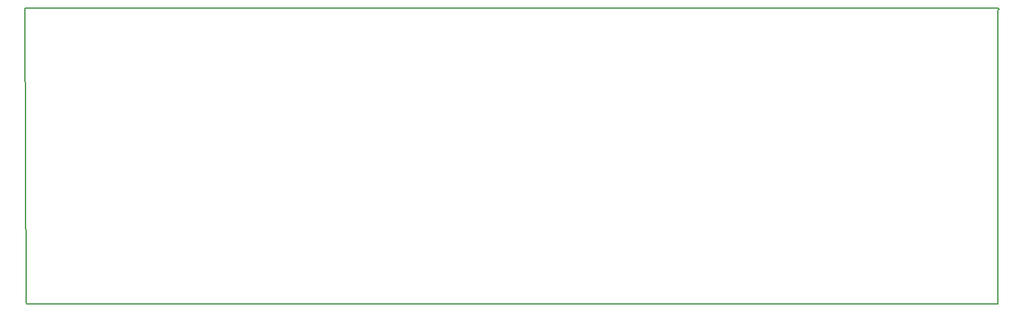
<source format=gm1>
%FSLAX24Y24*%
%MOIN*%
G70*
G01*
G75*
G04 Layer_Color=16711935*
%ADD10O,0.0236X0.0866*%
%ADD11C,0.0250*%
%ADD12C,0.1000*%
%ADD13C,0.0800*%
%ADD14R,0.0630X0.0630*%
%ADD15C,0.0630*%
%ADD16C,0.1700*%
%ADD17C,0.0098*%
%ADD18C,0.0080*%
%ADD19C,0.0079*%
%ADD20C,0.0050*%
%ADD21O,0.0316X0.0946*%
%ADD22C,0.1080*%
%ADD23C,0.0880*%
%ADD24R,0.0710X0.0710*%
%ADD25C,0.0710*%
%ADD26C,0.1780*%
D18*
X13650Y30500D02*
X13700Y30450D01*
X13600Y46300D02*
X13650Y30500D01*
X13600Y46300D02*
X65700D01*
Y30450D02*
Y46200D01*
X13700Y30450D02*
X65700D01*
Y46300D02*
X65750Y46250D01*
X65700Y46200D02*
X65750Y46250D01*
M02*

</source>
